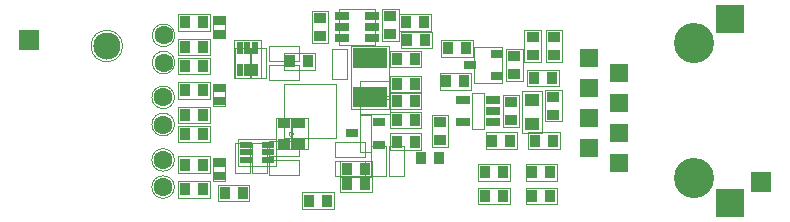
<source format=gts>
G04*
G04 #@! TF.GenerationSoftware,Altium Limited,Altium Designer,20.2.8 (258)*
G04*
G04 Layer_Color=8388736*
%FSLAX44Y44*%
%MOMM*%
G71*
G04*
G04 #@! TF.SameCoordinates,4D5F3794-43FA-4540-8921-81CDE4861B0F*
G04*
G04*
G04 #@! TF.FilePolarity,Negative*
G04*
G01*
G75*
%ADD10C,0.1000*%
%ADD23C,0.0100*%
%ADD24R,0.8500X1.1000*%
%ADD25R,1.1000X0.8000*%
%ADD26R,1.7032X1.7032*%
%ADD27R,1.1000X0.8500*%
%ADD28R,1.0000X0.5000*%
%ADD29R,0.5000X1.0000*%
%ADD30R,1.3000X1.1000*%
%ADD31R,1.1000X0.7000*%
%ADD32R,1.2000X0.7000*%
%ADD33R,2.9000X1.7000*%
%ADD34C,1.6000*%
%ADD35C,3.4032*%
%ADD36R,2.4032X2.4032*%
%ADD37R,1.5032X1.5032*%
%ADD38C,2.3000*%
D10*
X87000Y55000D02*
G03*
X87000Y55000I-11000J0D01*
G01*
D23*
X133185Y-41450D02*
G03*
X133185Y-41450I-9525J0D01*
G01*
X234030Y-19685D02*
G03*
X234030Y-19685I-1905J0D01*
G01*
X133255Y11550D02*
G03*
X133255Y11550I-9525J0D01*
G01*
X133255Y-11450D02*
G03*
X133255Y-11450I-9525J0D01*
G01*
X133185Y-64450D02*
G03*
X133185Y-64450I-9525J0D01*
G01*
X89335Y55000D02*
G03*
X89335Y55000I-13335J0D01*
G01*
X133525Y41000D02*
G03*
X133525Y41000I-9525J0D01*
G01*
Y64000D02*
G03*
X133525Y64000I-9525J0D01*
G01*
X136665Y31015D02*
X163335D01*
X136665D02*
Y44985D01*
X163335D01*
Y31015D02*
Y44985D01*
X136665Y81985D02*
X163335D01*
Y68015D02*
Y81985D01*
X136665Y68015D02*
X163335D01*
X136665D02*
Y81985D01*
X165920Y61475D02*
Y80525D01*
X176080D01*
Y61475D02*
Y80525D01*
X165920Y61475D02*
X176080D01*
X136665Y47015D02*
X163335D01*
X136665D02*
Y60985D01*
X163335D01*
Y47015D02*
Y60985D01*
X169963Y-76571D02*
Y-62601D01*
Y-76571D02*
X196633D01*
Y-62601D01*
X169963D02*
X196633D01*
X165580Y-58975D02*
X175740D01*
Y-39925D01*
X165580D02*
X175740D01*
X165580Y-58975D02*
Y-39925D01*
X225775Y-22860D02*
X270225D01*
Y22860D01*
X225775D02*
X270225D01*
X225775Y-22860D02*
Y22860D01*
X225665Y48985D02*
X252335D01*
Y35015D02*
Y48985D01*
X225665Y35015D02*
X252335D01*
X225665D02*
Y48985D01*
X245985Y-32335D02*
Y-5665D01*
X232015Y-32335D02*
X245985D01*
X232015D02*
Y-5665D01*
X245985D01*
X279350Y27300D02*
Y52700D01*
X266650Y27300D02*
X279350D01*
X266650D02*
Y52700D01*
X279350D01*
X290300Y12650D02*
X315700D01*
X290300D02*
Y25350D01*
X315700D01*
Y12650D02*
Y25350D01*
X312350Y-54700D02*
Y-29300D01*
X299650Y-54700D02*
X312350D01*
X299650D02*
Y-29300D01*
X312350D01*
X327350Y-54700D02*
Y-29300D01*
X314650Y-54700D02*
X327350D01*
X314650D02*
Y-29300D01*
X327350D01*
X269300Y-55350D02*
X294700D01*
X269300D02*
Y-42650D01*
X294700D01*
Y-55350D02*
Y-42650D01*
X269300Y-39350D02*
X294700D01*
X269300D02*
Y-26650D01*
X294700D01*
Y-39350D02*
Y-26650D01*
X197350Y-52700D02*
Y-27300D01*
X184650Y-52700D02*
X197350D01*
X184650D02*
Y-27300D01*
X197350D01*
X213300Y-41650D02*
X238700D01*
Y-54350D02*
Y-41650D01*
X213300Y-54350D02*
X238700D01*
X213300D02*
Y-41650D01*
X198650Y-52700D02*
Y-27300D01*
X211350D01*
Y-52700D02*
Y-27300D01*
X198650Y-52700D02*
X211350D01*
X213300Y-25650D02*
X238700D01*
Y-38350D02*
Y-25650D01*
X213300Y-38350D02*
X238700D01*
X213300D02*
Y-25650D01*
X232985Y-32335D02*
Y-5665D01*
X219015Y-32335D02*
X232985D01*
X219015D02*
Y-5665D01*
X232985D01*
X197650Y53700D02*
X210350D01*
X197650Y28300D02*
Y53700D01*
Y28300D02*
X210350D01*
Y53700D01*
X213300Y39350D02*
X238700D01*
Y26650D02*
Y39350D01*
X213300Y26650D02*
X238700D01*
X213300D02*
Y39350D01*
Y55350D02*
X238700D01*
Y42650D02*
Y55350D01*
X213300Y42650D02*
X238700D01*
X213300D02*
Y55350D01*
X184650Y28300D02*
Y53700D01*
X197350D01*
Y28300D02*
Y53700D01*
X184650Y28300D02*
X197350D01*
X430665Y-78985D02*
X457335D01*
X430665D02*
Y-65015D01*
X457335D01*
Y-78985D02*
Y-65015D01*
X430665Y-58985D02*
X457335D01*
X430665D02*
Y-45015D01*
X457335D01*
Y-58985D02*
Y-45015D01*
X136395Y24535D02*
X163065D01*
Y10565D02*
Y24535D01*
X136395Y10565D02*
X163065Y10565D01*
X136395Y10565D02*
Y24535D01*
Y-26435D02*
X163065D01*
X136395D02*
Y-12465D01*
X163065D01*
Y-26435D02*
Y-12465D01*
X136395Y-10435D02*
X163065D01*
X136395Y3535D02*
X136395Y-10435D01*
X136395Y3535D02*
X163065D01*
Y-10435D02*
Y3535D01*
X165650Y4025D02*
Y23075D01*
X175810D01*
Y4025D02*
Y23075D01*
X165650Y4025D02*
X175810D01*
X136325Y-38465D02*
X162995D01*
Y-52435D02*
Y-38465D01*
X136325Y-52435D02*
X162995D01*
X136325D02*
Y-38465D01*
Y-73435D02*
X162995D01*
X136325D02*
Y-59465D01*
X162995D01*
Y-73435D02*
Y-59465D01*
X461485Y41665D02*
Y68335D01*
X447515Y41665D02*
X461485D01*
X447515D02*
Y68335D01*
X461485D01*
X273665Y-55985D02*
X300335D01*
X273665D02*
Y-42015D01*
X300335D01*
Y-55985D02*
Y-42015D01*
X315665Y15475D02*
X342335D01*
Y1505D02*
Y15475D01*
X315665Y1505D02*
X342335D01*
X315665D02*
Y15475D01*
X187125Y-46430D02*
X218875D01*
X187125D02*
Y-23570D01*
X218875D01*
Y-46430D02*
Y-23570D01*
X183570Y28125D02*
Y59875D01*
X206430D01*
Y28125D02*
Y59875D01*
X183570Y28125D02*
X206430D01*
X427745Y-18780D02*
Y16780D01*
X444255D01*
Y-18780D02*
Y16780D01*
X427745Y-18780D02*
X444255D01*
X299445Y-34875D02*
Y-3125D01*
X290555D02*
X299445D01*
X290555Y-34875D02*
Y-3125D01*
Y-34875D02*
X299445D01*
X458585Y21015D02*
Y34985D01*
X431915D02*
X458585D01*
X431915Y21015D02*
Y34985D01*
Y21015D02*
X458585D01*
X429515Y41665D02*
X443485D01*
Y68335D01*
X429515D02*
X443485D01*
X429515Y41665D02*
Y68335D01*
X390665Y-78985D02*
Y-65015D01*
Y-78985D02*
X417335D01*
Y-65015D01*
X390665D02*
X417335D01*
X273665Y-68985D02*
Y-55015D01*
Y-68985D02*
X300335D01*
Y-55015D01*
X273665D02*
X300335D01*
X390665Y-58985D02*
Y-45015D01*
Y-58985D02*
X417335D01*
Y-45015D01*
X390665D02*
X417335D01*
X342335Y-19015D02*
X342335Y-32985D01*
X315665Y-19015D02*
X342335D01*
X315665Y-32985D02*
Y-19015D01*
Y-32985D02*
X342335Y-32985D01*
X323665Y81985D02*
X323665Y68015D01*
X350335D01*
X350335Y81985D01*
X323665D02*
X350335D01*
X351335Y53015D02*
X351335Y66985D01*
X324665Y66985D02*
X351335Y66985D01*
X324665Y53015D02*
Y66985D01*
Y53015D02*
X351335D01*
X414015Y52335D02*
X427985D01*
X414015Y25665D02*
Y52335D01*
Y25665D02*
X427985D01*
Y52335D01*
X411015Y-13335D02*
X424985D01*
Y13335D01*
X411015D02*
X424985D01*
X411015Y-13335D02*
Y13335D01*
X241665Y-82985D02*
Y-69015D01*
Y-82985D02*
X268335D01*
Y-69015D01*
X241665D02*
X268335D01*
X302730Y55760D02*
Y86240D01*
X272250Y86240D02*
X302730Y86240D01*
X272250Y86240D02*
X272250Y55760D01*
X302730D01*
X395080Y-15240D02*
Y15240D01*
X384920D02*
X395080D01*
X384920Y-15240D02*
Y15240D01*
Y-15240D02*
X395080D01*
X283125Y54670D02*
X314875D01*
X283125Y1330D02*
Y54670D01*
Y1330D02*
X314875D01*
Y54670D01*
X387000Y23760D02*
Y54240D01*
X410875D01*
Y23760D02*
Y54240D01*
X387000Y23760D02*
X410875D01*
X432665Y-31985D02*
Y-18015D01*
Y-31985D02*
X459335D01*
Y-18015D01*
X432665D02*
X459335D01*
X351015Y-3665D02*
X364985D01*
X351015Y-30335D02*
Y-3665D01*
Y-30335D02*
X364985D01*
Y-3665D01*
X447015Y17835D02*
X460985D01*
X447015Y-8835D02*
Y17835D01*
Y-8835D02*
X460985D01*
Y17835D01*
X342335Y-14495D02*
Y-525D01*
X315665D02*
X342335D01*
X315665Y-14495D02*
Y-525D01*
Y-14495D02*
X342335D01*
X342335Y29985D02*
X342335Y16015D01*
X315665Y29985D02*
X342335D01*
X315665Y16015D02*
Y29985D01*
Y16015D02*
X342335Y16015D01*
X249505Y57665D02*
X263475D01*
Y84335D01*
X249505D02*
X263475D01*
X249505Y57665D02*
Y84335D01*
X309015Y59665D02*
X322985D01*
Y86335D01*
X309015D02*
X322985D01*
X309015Y59665D02*
Y86335D01*
X358967Y45967D02*
Y59937D01*
Y45967D02*
X385637D01*
Y59937D01*
X358967D02*
X385637D01*
X315665Y37015D02*
Y50985D01*
Y37015D02*
X342335D01*
Y50985D01*
X315665D02*
X342335D01*
X357665Y18015D02*
Y31985D01*
Y18015D02*
X384335D01*
Y31985D01*
X357665D02*
X384335D01*
X396665Y-31985D02*
Y-18015D01*
Y-31985D02*
X423335D01*
Y-18015D01*
X396665D02*
X423335D01*
X290300Y-2350D02*
Y10350D01*
Y-2350D02*
X315700D01*
Y10350D01*
X290300D02*
X315700D01*
D24*
X157620Y38000D02*
D03*
X142380D02*
D03*
Y75000D02*
D03*
X157620D02*
D03*
Y54000D02*
D03*
X142380D02*
D03*
X190918Y-69586D02*
D03*
X175678D02*
D03*
X342380Y-40000D02*
D03*
X357620D02*
D03*
X231380Y42000D02*
D03*
X246620D02*
D03*
X451620Y-72000D02*
D03*
X436380D02*
D03*
X451620Y-52000D02*
D03*
X436380D02*
D03*
X142110Y17550D02*
D03*
X157350D02*
D03*
Y-19450D02*
D03*
X142110D02*
D03*
X157350Y-3450D02*
D03*
X142110D02*
D03*
X142040Y-45450D02*
D03*
X157280D02*
D03*
Y-66450D02*
D03*
X142040D02*
D03*
X294620Y-49000D02*
D03*
X279380D02*
D03*
X321380Y8490D02*
D03*
X336620D02*
D03*
X437630Y28000D02*
D03*
X452870D02*
D03*
X411620Y-72000D02*
D03*
X396380D02*
D03*
X294620Y-62000D02*
D03*
X279380D02*
D03*
X411620Y-52000D02*
D03*
X396380D02*
D03*
X321380Y-26000D02*
D03*
X336620D02*
D03*
X344620Y75000D02*
D03*
X329380D02*
D03*
X330380Y60000D02*
D03*
X345620D02*
D03*
X262620Y-76000D02*
D03*
X247380D02*
D03*
X453620Y-25000D02*
D03*
X438380D02*
D03*
X321380Y-7510D02*
D03*
X336620D02*
D03*
X321380Y23000D02*
D03*
X336620D02*
D03*
X379922Y52952D02*
D03*
X364682D02*
D03*
X336620Y44000D02*
D03*
X321380D02*
D03*
X378620Y25000D02*
D03*
X363380D02*
D03*
X417620Y-25000D02*
D03*
X402380D02*
D03*
D25*
X171000Y65500D02*
D03*
Y76500D02*
D03*
X170660Y-43950D02*
D03*
Y-54950D02*
D03*
X170730Y8050D02*
D03*
Y19050D02*
D03*
D26*
X630000Y-60000D02*
D03*
X10000Y60000D02*
D03*
D27*
X239000Y-10380D02*
D03*
Y-27620D02*
D03*
X226000Y-10380D02*
D03*
Y-27620D02*
D03*
X454500Y62620D02*
D03*
Y47380D02*
D03*
X436500Y62620D02*
D03*
Y47380D02*
D03*
X421000Y31380D02*
D03*
Y46620D02*
D03*
X418000Y7620D02*
D03*
Y-7620D02*
D03*
X358000Y-24620D02*
D03*
Y-9380D02*
D03*
X454000Y-3120D02*
D03*
Y12120D02*
D03*
X256490Y78620D02*
D03*
Y63380D02*
D03*
X316000Y80620D02*
D03*
Y65380D02*
D03*
D28*
X212525Y-41500D02*
D03*
Y-35000D02*
D03*
Y-28500D02*
D03*
X193475D02*
D03*
Y-35000D02*
D03*
Y-41500D02*
D03*
D29*
X188500Y34475D02*
D03*
X195000D02*
D03*
X201500D02*
D03*
Y53525D02*
D03*
X195000D02*
D03*
X188500D02*
D03*
D30*
X436000Y-11160D02*
D03*
Y9160D02*
D03*
D31*
X306430Y-9475D02*
D03*
X283570Y-19000D02*
D03*
X306430Y-28525D02*
D03*
X383570Y39000D02*
D03*
X406430Y48525D02*
D03*
Y29475D02*
D03*
D32*
X274790Y61475D02*
D03*
X274790Y71000D02*
D03*
Y80525D02*
D03*
X300190Y80525D02*
D03*
Y71000D02*
D03*
Y61475D02*
D03*
X377300Y-9525D02*
D03*
Y9525D02*
D03*
X402700D02*
D03*
Y0D02*
D03*
Y-9525D02*
D03*
D33*
X299000Y11490D02*
D03*
Y44510D02*
D03*
D34*
X123660Y-41450D02*
D03*
X123730Y11550D02*
D03*
X123730Y-11450D02*
D03*
X123660Y-64450D02*
D03*
X124000Y41000D02*
D03*
Y64000D02*
D03*
D35*
X572750Y-57150D02*
D03*
Y57150D02*
D03*
D36*
X603250Y77500D02*
D03*
Y-77500D02*
D03*
D37*
X509250Y-44450D02*
D03*
X483850Y-31750D02*
D03*
X509250Y-19050D02*
D03*
X483850Y-6350D02*
D03*
X509250Y6350D02*
D03*
X483850Y19050D02*
D03*
X509250Y31750D02*
D03*
X483850Y44450D02*
D03*
D38*
X76000Y55000D02*
D03*
M02*

</source>
